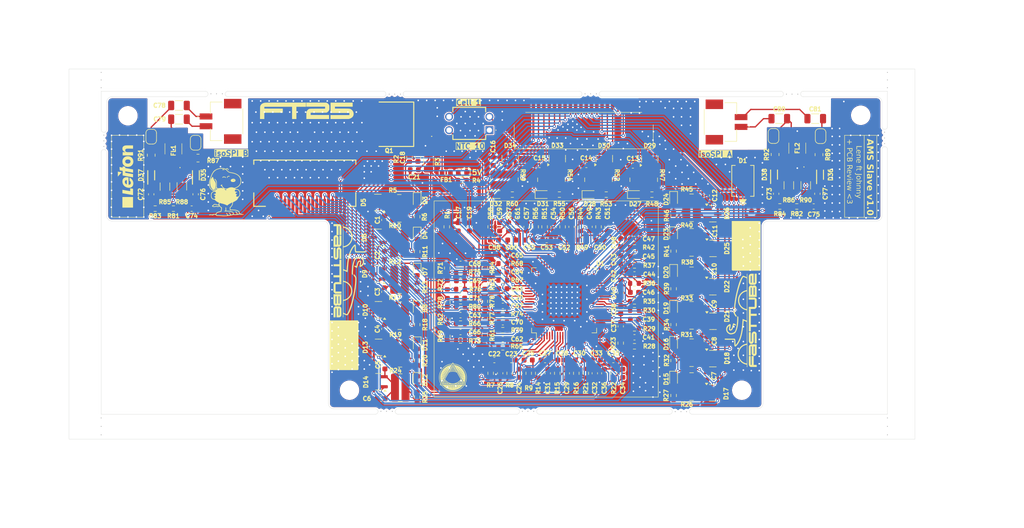
<source format=kicad_pcb>
(kicad_pcb
	(version 20240108)
	(generator "pcbnew")
	(generator_version "8.0")
	(general
		(thickness 1.6)
		(legacy_teardrops no)
	)
	(paper "A4")
	(layers
		(0 "F.Cu" signal)
		(1 "In1.Cu" signal)
		(2 "In2.Cu" signal)
		(31 "B.Cu" signal)
		(32 "B.Adhes" user "B.Adhesive")
		(33 "F.Adhes" user "F.Adhesive")
		(34 "B.Paste" user)
		(35 "F.Paste" user)
		(36 "B.SilkS" user "B.Silkscreen")
		(37 "F.SilkS" user "F.Silkscreen")
		(38 "B.Mask" user)
		(39 "F.Mask" user)
		(40 "Dwgs.User" user "User.Drawings")
		(41 "Cmts.User" user "User.Comments")
		(42 "Eco1.User" user "User.Eco1")
		(43 "Eco2.User" user "User.Eco2")
		(44 "Edge.Cuts" user)
		(45 "Margin" user)
		(46 "B.CrtYd" user "B.Courtyard")
		(47 "F.CrtYd" user "F.Courtyard")
		(48 "B.Fab" user)
		(49 "F.Fab" user)
		(50 "User.1" user)
		(51 "User.2" user)
		(52 "User.3" user)
		(53 "User.4" user)
		(54 "User.5" user)
		(55 "User.6" user)
		(56 "User.7" user)
		(57 "User.8" user)
		(58 "User.9" user)
	)
	(setup
		(stackup
			(layer "F.SilkS"
				(type "Top Silk Screen")
			)
			(layer "F.Paste"
				(type "Top Solder Paste")
			)
			(layer "F.Mask"
				(type "Top Solder Mask")
				(thickness 0.01)
			)
			(layer "F.Cu"
				(type "copper")
				(thickness 0.035)
			)
			(layer "dielectric 1"
				(type "prepreg")
				(thickness 0.1)
				(material "FR4")
				(epsilon_r 4.5)
				(loss_tangent 0.02)
			)
			(layer "In1.Cu"
				(type "copper")
				(thickness 0.035)
			)
			(layer "dielectric 2"
				(type "core")
				(thickness 1.24)
				(material "FR4")
				(epsilon_r 4.5)
				(loss_tangent 0.02)
			)
			(layer "In2.Cu"
				(type "copper")
				(thickness 0.035)
			)
			(layer "dielectric 3"
				(type "prepreg")
				(thickness 0.1)
				(material "FR4")
				(epsilon_r 4.5)
				(loss_tangent 0.02)
			)
			(layer "B.Cu"
				(type "copper")
				(thickness 0.035)
			)
			(layer "B.Mask"
				(type "Bottom Solder Mask")
				(thickness 0.01)
			)
			(layer "B.Paste"
				(type "Bottom Solder Paste")
			)
			(layer "B.SilkS"
				(type "Bottom Silk Screen")
			)
			(copper_finish "None")
			(dielectric_constraints no)
		)
		(pad_to_mask_clearance 0)
		(allow_soldermask_bridges_in_footprints no)
		(pcbplotparams
			(layerselection 0x00010fc_ffffffff)
			(plot_on_all_layers_selection 0x0000000_00000000)
			(disableapertmacros no)
			(usegerberextensions no)
			(usegerberattributes yes)
			(usegerberadvancedattributes yes)
			(creategerberjobfile no)
			(dashed_line_dash_ratio 12.000000)
			(dashed_line_gap_ratio 3.000000)
			(svgprecision 4)
			(plotframeref no)
			(viasonmask no)
			(mode 1)
			(useauxorigin yes)
			(hpglpennumber 1)
			(hpglpenspeed 20)
			(hpglpendiameter 15.000000)
			(pdf_front_fp_property_popups yes)
			(pdf_back_fp_property_popups yes)
			(dxfpolygonmode yes)
			(dxfimperialunits yes)
			(dxfusepcbnewfont yes)
			(psnegative no)
			(psa4output no)
			(plotreference yes)
			(plotvalue no)
			(plotfptext yes)
			(plotinvisibletext no)
			(sketchpadsonfab no)
			(subtractmaskfromsilk yes)
			(outputformat 1)
			(mirror no)
			(drillshape 0)
			(scaleselection 1)
			(outputdirectory "gerber/")
		)
	)
	(net 0 "")
	(net 1 "GND")
	(net 2 "Net-(U1-V+)")
	(net 3 "Net-(U1-DRIVE)")
	(net 4 "Net-(U1-VREF1)")
	(net 5 "+5V")
	(net 6 "/FilterBalancingNetwork/CB")
	(net 7 "/FilterBalancingNetwork/CB:A")
	(net 8 "/FilterBalancingNetwork/CA")
	(net 9 "/Cell 15{slash}16")
	(net 10 "/S16P")
	(net 11 "/S15P")
	(net 12 "/Cell 15{slash}14")
	(net 13 "/FilterBalancingNetwork1/CB:A")
	(net 14 "/FilterBalancingNetwork1/CB")
	(net 15 "/FilterBalancingNetwork1/CA")
	(net 16 "/S14P")
	(net 17 "/Cell 14{slash}13")
	(net 18 "/S13P")
	(net 19 "/Cell 13{slash}12")
	(net 20 "/FilterBalancingNetwork2/CB")
	(net 21 "/FilterBalancingNetwork2/CB:A")
	(net 22 "/FilterBalancingNetwork2/CA")
	(net 23 "/S12P")
	(net 24 "/Cell 12{slash}11")
	(net 25 "/S11P")
	(net 26 "/Cell 11{slash}10")
	(net 27 "/FilterBalancingNetwork3/CB")
	(net 28 "/FilterBalancingNetwork3/CB:A")
	(net 29 "/FilterBalancingNetwork3/CA")
	(net 30 "/Cell 10{slash}9")
	(net 31 "/S10P")
	(net 32 "/S9P")
	(net 33 "/Cell 9{slash}8")
	(net 34 "/FilterBalancingNetwork4/CB")
	(net 35 "/FilterBalancingNetwork4/CB:A")
	(net 36 "/FilterBalancingNetwork4/CA")
	(net 37 "/Cell 8{slash}7")
	(net 38 "/S8P")
	(net 39 "/Cell 7{slash}6")
	(net 40 "/S7P")
	(net 41 "/FilterBalancingNetwork5/CB:A")
	(net 42 "/FilterBalancingNetwork5/CB")
	(net 43 "/FilterBalancingNetwork5/CA")
	(net 44 "/Cell 6{slash}5")
	(net 45 "/S6P")
	(net 46 "/S5P")
	(net 47 "/Cell 5{slash}4")
	(net 48 "/FilterBalancingNetwork6/CB:A")
	(net 49 "/FilterBalancingNetwork6/CB")
	(net 50 "/FilterBalancingNetwork6/CA")
	(net 51 "/Cell 4{slash}3")
	(net 52 "/S4P")
	(net 53 "/S3P")
	(net 54 "/Cell 3{slash}2")
	(net 55 "/FilterBalancingNetwork7/CB")
	(net 56 "/FilterBalancingNetwork7/CB:A")
	(net 57 "/FilterBalancingNetwork7/CA")
	(net 58 "/Cell 2{slash}1")
	(net 59 "/S2P")
	(net 60 "/S1P")
	(net 61 "/NTC/V_out_1")
	(net 62 "/NTC/V_out_4")
	(net 63 "/NTC/V_out_7")
	(net 64 "/NTC/V_out_9")
	(net 65 "/NTC/V_out_2")
	(net 66 "/NTC/V_out_5")
	(net 67 "/NTC/V_out_10")
	(net 68 "/NTC/V_out_8")
	(net 69 "/NTC/V_out_3")
	(net 70 "/NTC/V_out_6")
	(net 71 "Clamp")
	(net 72 "/Cell 16")
	(net 73 "VBUS")
	(net 74 "+5V_NTC")
	(net 75 "unconnected-(U1-NC-Pad66)")
	(net 76 "/isoSPI/IPB")
	(net 77 "/isoSPI/IMA")
	(net 78 "/isoSPI/IMB")
	(net 79 "/isoSPI/IPA")
	(net 80 "Net-(C76-Pad2)")
	(net 81 "Net-(C77-Pad2)")
	(net 82 "Net-(J10-Pin_1)")
	(net 83 "Net-(JP1-B)")
	(net 84 "Net-(J10-Pin_2)")
	(net 85 "Net-(JP2-B)")
	(net 86 "Net-(JP3-B)")
	(net 87 "Net-(JP4-B)")
	(net 88 "Net-(D2-A)")
	(net 89 "Net-(D3-A)")
	(net 90 "Net-(D4-A)")
	(net 91 "Net-(D7-A)")
	(net 92 "Net-(D11-A)")
	(net 93 "Net-(D12-A)")
	(net 94 "/NTC/NTC2")
	(net 95 "/NTC/NTC3")
	(net 96 "/NTC/NTC1")
	(net 97 "/NTC/NTC6")
	(net 98 "/NTC/NTC4")
	(net 99 "/NTC/NTC5")
	(net 100 "/NTC/NTC9")
	(net 101 "/NTC/NTC7")
	(net 102 "/C2{slash}1_out")
	(net 103 "Net-(Q1-C)")
	(net 104 "Net-(D15-A)")
	(net 105 "Net-(D16-A)")
	(net 106 "Net-(D8-A)")
	(net 107 "Net-(D19-A)")
	(net 108 "Net-(D20-A)")
	(net 109 "Net-(D23-A)")
	(net 110 "Net-(D24-A)")
	(net 111 "Net-(D27-A)")
	(net 112 "Net-(D28-A)")
	(net 113 "Net-(D31-A)")
	(net 114 "Net-(D32-A)")
	(net 115 "Net-(D35-A2)")
	(net 116 "Net-(D36-A2)")
	(net 117 "Net-(D37-A2)")
	(net 118 "Net-(D38-A2)")
	(net 119 "Net-(JP1-A)")
	(net 120 "Net-(JP2-A)")
	(net 121 "Net-(JP3-A)")
	(net 122 "Net-(JP4-A)")
	(net 123 "Net-(Q1-E)")
	(net 124 "Net-(Q1-B)")
	(net 125 "/NTC/NTC8")
	(net 126 "NTC10_out")
	(net 127 "NTC10")
	(net 128 "Net-(J8-Pin_1)")
	(net 129 "Net-(J8-Pin_2)")
	(net 130 "/Cell_GND")
	(footprint "Capacitor_SMD:C_0603_1608Metric" (layer "F.Cu") (at 139.3 108.45 180))
	(footprint (layer "F.Cu") (at 86.25 74.75 90))
	(footprint "Resistor_SMD:R_0603_1608Metric" (layer "F.Cu") (at 161.6 121.9 90))
	(footprint "Resistor_SMD:R_0603_1608Metric" (layer "F.Cu") (at 139.3 119.45))
	(footprint "Capacitor_SMD:C_0603_1608Metric" (layer "F.Cu") (at 177.9 121.5 90))
	(footprint "Resistor_SMD:R_0603_1608Metric" (layer "F.Cu") (at 144.2 127.599999 90))
	(footprint (layer "F.Cu") (at 212.05 139.25))
	(footprint "Resistor_SMD:R_0603_1608Metric" (layer "F.Cu") (at 158.8625 93.8 180))
	(footprint "Capacitor_SMD:C_0603_1608Metric" (layer "F.Cu") (at 116.9 105.3 -90))
	(footprint "Package_TO_SOT_SMD:SOT-23" (layer "F.Cu") (at 167.1 87.1 90))
	(footprint "Resistor_SMD:R_0603_1608Metric" (layer "F.Cu") (at 146 127.600001 90))
	(footprint (layer "F.Cu") (at 63.325 70.699999))
	(footprint "Resistor_SMD:R_0603_1608Metric" (layer "F.Cu") (at 164.2 103.8 180))
	(footprint "LED_SMD:LED_0603_1608Metric" (layer "F.Cu") (at 123.1 108.299999 -90))
	(footprint (layer "F.Cu") (at 212.05 72.125 180))
	(footprint "Capacitor_SMD:C_0603_1608Metric" (layer "F.Cu") (at 122.55 89.1 180))
	(footprint "Resistor_SMD:R_1206_3216Metric" (layer "F.Cu") (at 196.6 92.05 90))
	(footprint "Capacitor_SMD:C_0603_1608Metric" (layer "F.Cu") (at 131.3 110.1 180))
	(footprint "Resistor_SMD:R_0603_1608Metric" (layer "F.Cu") (at 139.3 116.4))
	(footprint "Package_TO_SOT_SMD:SOT-23" (layer "F.Cu") (at 115.6625 95.3 180))
	(footprint (layer "F.Cu") (at 119.95 74.8 90))
	(footprint "FaSTTUBe_logos:FTLogo_small" (layer "F.Cu") (at 184.3 117.6 90))
	(footprint "Resistor_SMD:R_0603_1608Metric" (layer "F.Cu") (at 73.55 96.45))
	(footprint "LED_SMD:LED_0603_1608Metric" (layer "F.Cu") (at 123.1 122.2 -90))
	(footprint "Resistor_SMD:R_0603_1608Metric" (layer "F.Cu") (at 140.4 99.9 -90))
	(footprint "Slave:DLW43SH101XK2L" (layer "F.Cu") (at 77 85.15 90))
	(footprint "Capacitor_SMD:C_0603_1608Metric" (layer "F.Cu") (at 152.3 99.9 90))
	(footprint "Slave:Balancing" (layer "F.Cu") (at 119.8 117.25 180))
	(footprint "Resistor_SMD:R_0603_1608Metric" (layer "F.Cu") (at 137 127.600001 90))
	(footprint (layer "F.Cu") (at 63.85 83.65 180))
	(footprint "Capacitor_SMD:C_0603_1608Metric" (layer "F.Cu") (at 137.7 125.1))
	(footprint "Capacitor_SMD:C_0603_1608Metric" (layer "F.Cu") (at 139.3 117.95 180))
	(footprint (layer "F.Cu") (at 118.85 74.8 90))
	(footprint "Resistor_SMD:R_0805_2012Metric" (layer "F.Cu") (at 81.65 86.9 180))
	(footprint "Jumper:SolderJumper-2_P1.3mm_Open_RoundedPad1.0x1.5mm" (layer "F.Cu") (at 81.2 84 90))
	(footprint "Slave:illuminati"
		(layer "F.Cu")
		(uuid "20998059-b057-4418-a5aa-f14ac78fedf3")
		(at 129.85 128.3)
		(property "Reference" "G***"
			(at 0 0 0)
			(layer "F.SilkS")
			(hide yes)
			(uuid "c68e5fd3-f700-4bd4-adbc-031273388dcf")
			(effects
				(font
					(size 1.5 1.5)
					(thickness 0.3)
				)
			)
		)
		(property "Value" "LOGO"
			(at 0.75 0 0)
			(layer "F.SilkS")
			(hide yes)
			(uuid "b163ef90-926c-4520-99a5-733037a6fb85")
			(effects
				(font
					(size 1.5 1.5)
					(thickness 0.3)
				)
			)
		)
		(property "Footprint" "Slave:illuminati"
			(at 0 0 0)
			(unlocked yes)
			(layer "F.Fab")
			(hide yes)
			(uuid "eae945ba-a4b4-474b-be02-438478b87b73")
			(effects
				(font
					(size 1.27 1.27)
				)
			)
		)
		(property "Datasheet" ""
			(at 0 0 0)
			(unlocked yes)
			(layer "F.Fab")
			(hide yes)
			(uuid "835a0fba-1b8a-40be-bdf9-f68d04afb878")
			(effects
				(font
					(size 1.27 1.27)
				)
			)
		)
		(property "Description" ""
			(at 0 0 0)
			(unlocked yes)
			(layer "F.Fab")
			(hide yes)
			(uuid "fda524db-4989-4af9-b0b2-0d65e27e4270")
			(effects
				(font
					(size 1.27 1.27)
				)
			)
		)
		(attr board_only exclude_from_pos_files exclude_from_bom)
		(fp_poly
			(pts
				(xy 0.015257 -2.323511) (xy 0.032802 -2.309948) (xy 0.054677 -2.282902) (xy 0.083633 -2.23874) (xy 0.122424 -2.173829)
				(xy 0.144827 -2.135136) (xy 0.184172 -2.066749) (xy 0.234577 -1.979115) (xy 0.292375 -1.878608)
				(xy 0.353902 -1.771603) (xy 0.415491 -1.664475) (xy 0.450715 -1.603199) (xy 0.497831 -1.521262)
				(xy 0.557304 -1.417884) (xy 0.626736 -1.297229) (xy 0.703731 -1.163461) (xy 0.785891 -1.020746)
				(xy 0.870819 -0.873247) (xy 0.956118 -0.72513) (xy 1.03939 -0.580558) (xy 1.041863 -0.576265) (xy 1.126651 -0.429044)
				(xy 1.214854 -0.275837) (xy 1.303854 -0.121191) (xy 1.391034 0.030342) (xy 1.473778 0.174215) (xy 1.549469 0.305878)
				(xy 1.615489 0.42078) (xy 1.666582 0.509773) (xy 1.729795 0.619887) (xy 1.794142 0.731884) (xy 1.856537 0.840402)
				(xy 1.913894 0.940074) (xy 1.963127 1.025537) (xy 2.001151 1.091424) (xy 2.005114 1.09828) (xy 2.048651 1.176314)
				(xy 2.081925 1.241613) (xy 2.103083 1.290273) (xy 2.110275 1.318386) (xy 2.110155 1.31992) (xy 2.105585 1.352007)
				(xy 0.006207 1.355752) (xy -0.240544 1.356123) (xy -0.47919 1.356348) (xy -0.708062 1.356432) (xy -0.925489 1.356379)
				(xy -1.129801 1.356194) (xy -1.319329 1.355883) (xy -1.492402 1.355449) (xy -1.64735 1.354898) (xy -1.782502 1.354236)
				(xy -1.89619 1.353465) (xy -1.986743 1.352592) (xy -2.05249 1.351622) (xy -2.091762 1.350559) (xy -2.103071 1.349595)
				(xy -2.107384 1.345355) (xy -2.110881 1.340807) (xy -2.112884 1.334719) (xy -2.112717 1.325864)
				(xy -2.109702 1.313009) (xy -2.103163 1.294927) (xy -2.092423 1.270387) (xy -2.076804 1.238159)
				(xy -2.058726 1.20303) (xy -1.931669 1.20303) (xy -1.925999 1.226838) (xy -1.920873 1.233812) (xy -1.899205 1.246622)
				(xy -1.865495 1.254394) (xy -1.828712 1.256889) (xy -1.797828 1.253867) (xy -1.781812 1.24509) (xy -1.782729 1.237493)
				(xy -1.802481 1.210928) (xy -1.830938 1.178445) (xy -1.860567 1.147946) (xy -1.883833 1.127333)
				(xy -1.891913 1.122979) (xy -1.904231 1.13514) (xy -1.919778 1.164681) (xy -1.92089 1.16732) (xy -1.931669 1.20303)
				(xy -2.058726 1.20303) (xy -2.055629 1.197013) (xy -2.028222 1.145719) (xy -1.993905 1.083049) (xy -1.959506 1.021253)
				(xy -1.833869 1.021253) (xy -1.719666 1.138608) (xy -1.669257 1.18986) (xy -1.63343 1.223487) (xy -1.606319 1.2432)
				(xy -1.582058 1.25271) (xy -1.554781 1.255726) (xy -1.534145 1.255963) (xy -1.492848 1.253215) (xy -1.467102 1.246214)
				(xy -1.462827 1.241187) (xy -1.472715 1.226827) (xy -1.47576 1.226411) (xy -1.490267 1.216443) (xy -1.521301 1.189058)
				(xy -1.564795 1.14803) (xy -1.616679 1.097135) (xy -1.636957 1.076794) (xy -1.785221 0.927177) (xy -1.809545 0.974215)
				(xy -1.833869 1.021253) (xy -1.959506 1.021253) (xy -1.952001 1.007771) (xy -1.901833 0.918656)
				(xy -1.842724 0.814474) (xy -1.839402 0.80865) (xy -1.707721 0.80865) (xy -1.705985 0.830367) (xy -1.690788 0.856562)
				(xy -1.659024 0.895852) (xy -1.657792 0.897311) (xy -1.56788 0.995763) (xy -1.465409 1.091735) (xy -1.366783 1.173612)
				(xy -1.316287 1.212924) (xy -1.280133 1.237116) (xy -1.249807 1.249799) (xy -1.216794 1.254586)
				(xy -1.174694 1.255106) (xy -1.126195 1.254366) (xy -1.103185 1.251781) (xy -1.101602 1.245335)
				(xy -1.117382 1.233011) (xy -1.122753 1.22933) (xy -1.340444 1.06278) (xy -1.526233 0.887514) (xy -1.578129 0.833867)
				(xy -1.622467 0.788825) (xy -1.655404 0.756236) (xy -1.673092 0.739945) (xy -1.674927 0.738802)
				(xy -1.684014 0.750872) (xy -1.698015 0.780189) (xy -1.699106 0.782797) (xy -1.707721 0.80865) (xy -1.839402 0.80865)
				(xy -1.773997 0.693996) (xy -1.734649 0.625278) (xy -1.597776 0.625278) (xy -1.589692 0.645854)
				(xy -1.569064 0.675173) (xy -1.533197 0.718707) (xy -1.508886 0.747305) (xy -1.378401 0.88665) (xy -1.236927 1.009673)
				(xy -1.077379 1.122146) (xy -0.966945 1.188729) (xy -0.909752 1.220614) (xy -0.86747 1.240354) (xy -0.829584 1.250864)
				(xy -0.785577 1.255059) (xy -0.724933 1.255853) (xy -0.724764 1.255853) (xy -0.670316 1.254587)
				(xy -0.631333 1.251109) (xy -0.613633 1.246062) (xy -0.613944 1.243629) (xy -0.617971 1.241399)
				(xy 0.618085 1.241399) (xy 0.626156 1.24994) (xy 0.663025 1.254655) (xy 0.721659 1.255963) (xy 0.794005 1.253809)
				(xy 0.84711 1.246198) (xy 0.851378 1.244761) (xy 1.101589 1.244761) (xy 1.104165 1.251494) (xy 1.127718 1.254438)
				(xy 1.173352 1.255305) (xy 1.222674 1.253994) (xy 1.259391 1.246374) (xy 1.262337 1.244881) (xy 1.46529 1.244881)
				(xy 1.475588 1.251191) (xy 1.507319 1.255204) (xy 1.533516 1.255963) (xy 1.566239 1.255188) (xy 1.591808 1.25037)
				(xy 1.592948 1.249779) (xy 1.773124 1.249779) (xy 1.785769 1.256638) (xy 1.816849 1.257627) (xy 1.856085 1.253857)
				(xy 1.893197 1.246441) (xy 1.917905 1.236487) (xy 1.920873 1.233812) (xy 1.931668 1.211129) (xy 1.926011 1.180482)
				(xy 1.92089 1.16732) (xy 1.90539 1.136893) (xy 1.892625 1.123057) (xy 1.891964 1.122979) (xy 1.877849 1.132975)
				(xy 1.851931 1.157798) (xy 1.821473 1.189697) (xy 1.79374 1.220919) (xy 1.775995 1.243716) (xy 1.773124 1.249779)
				(xy 1.592948 1.249779) (xy 1.616123 1.237768) (xy 1.645082 1.213641) (xy 1.684587 1.174248) (xy 1.719076 1.138305)
				(xy 1.831486 1.020648) (xy 1.80613 0.976469) (xy 1.780775 0.93229) (xy 1.625495 1.083044) (xy 1.570234 1.137105)
				(xy 1.522952 1.184136) (xy 1.487544 1.220203) (xy 1.467903 1.241373) (xy 1.46529 1.244881) (xy 1.262337 1.244881)
				(xy 1.295131 1.228261) (xy 1.341521 1.195473) (xy 1.343277 1.19416) (xy 1.385579 1.159933) (xy 1.437202 1.114266)
				(xy 1.494006 1.061294) (xy 1.551849 1.005156) (xy 1.606592 0.949987) (xy 1.654093 0.899924) (xy 1.690212 0.859105)
				(xy 1.710809 0.831665) (xy 1.71402 0.823769) (xy 1.706064 0.797929) (xy 1.690702 0.77119) (xy 1.680727 0.758376)
				(xy 1.670405 0.753238) (xy 1.655975 0.758379) (xy 1.633674 0.776402) (xy 1.599742 0.809911) (xy 1.550416 0.861508)
				(xy 1.531859 0.88111) (xy 1.466868 0.946432) (xy 1.394108 1.014218) (xy 1.323115 1.075841) (xy 1.270739 1.117336)
				(xy 1.215326 1.158399) (xy 1.166132 1.194897) (xy 1.129705 1.22197) (xy 1.115591 1.232499) (xy 1.101589 1.244761)
				(xy 0.851378 1.244761) (xy 0.891048 1.231405) (xy 0.905621 1.224467) (xy 1.054258 1.138454) (xy 1.204657 1.031674)
				(xy 1.348108 0.910994) (xy 1.475906 0.783283) (xy 1.501334 0.754602) (xy 1.609105 0.63003) (xy 1.584496 0.588372)
				(xy 1.565465 0.559869) (xy 1.552413 0.546802) (xy 1.551834 0.546713) (xy 1.539361 0.55741) (xy 1.514005 0.585595)
				(xy 1.481003 0.625414) (xy 1.477446 0.629859) (xy 1.381013 0.738864) (xy 1.26826 0.846537) (xy 1.144815 0.948738)
				(xy 1.016305 1.041326) (xy 0.888359 1.120163) (xy 0.766604 1.181109) (xy 0.687086 1.211223) (xy 0.638499 1.228628)
				(xy 0.618085 1.241399) (xy -0.617971 1.241399) (xy -0.6351 1.231913) (xy -0.673911 1.215399) (xy -0.701861 1.204908)
				(xy -0.787699 1.168798) (xy -0.886729 1.118312) (xy -0.989908 1.058537) (xy -1.088195 0.994562)
				(xy -1.13317 0.962222) (xy -1.191673 0.915194) (xy -1.258304 0.856399) (xy -1.327553 0.791262) (xy -1.39391 0.72521)
				(xy -1.451865 0.663668) (xy -1.495909 0.612062) (xy -1.513869 0.587348) (xy -1.539092 0.555208)
				(xy -1.559042 0.550709) (xy -1.579119 0.573933) (xy -1.58709 0.588463) (xy -1.596011 0.607971) (xy -1.597776 0.625278)
				(xy -1.734649 0.625278) (xy -1.694975 0.555991) (xy -1.624337 0.432947) (xy -1.470636 0.432947)
				(xy -1.463373 0.464956) (xy -1.444368 0.497526) (xy -1.413926 0.535124) (xy -1.372353 0.582221)
				(xy -1.352888 0.604475) (xy -1.190467 0.770005) (xy -1.011116 0.91187) (xy -0.816612 1.029057) (xy -0.608733 1.120554)
				(xy -0.389255 1.185348) (xy -0.302908 1.202806) (xy -0.193346 1.216574) (xy -0.066661 1.223427)
				(xy 0.065531 1.223343) (xy 0.191616 1.216296) (xy 0.289891 1.204045) (xy 0.509627 1.152086) (xy 0.720197 1.073391)
				(xy 0.91849 0.969567) (xy 1.101398 0.842221) (xy 1.252472 0.706623) (xy 1.322296 0.633129) (xy 1.382558 0.564247)
				(xy 1.430379 0.503668) (xy 1.462879 0.455086) (xy 1.47718 0.422193) (xy 1.477603 0.417851) (xy 1.470445 0.401262)
				(xy 1.449945 0.36173) (xy 1.417565 0.301887) (xy 1.374769 0.224368) (xy 1.323018 0.131806) (xy 1.263776 0.026832)
				(xy 1.198505 -0.087918) (xy 1.137755 -0.194002) (xy 1.068493 -0.314832) (xy 1.003972 -0.427889)
				(xy 0.945648 -0.530583) (xy 0.894979 -0.620324) (xy 0.853424 -0.694522) (xy 0.822438 -0.750588)
				(xy 0.803481 -0.785931) (xy 0.797906 -0.79784) (xy 0.784093 -0.822879) (xy 0.745483 -0.851676) (xy 0.686322 -0.88252)
				(xy 0.610855 -0.913704) (xy 0.523328 -0.943516) (xy 0.427986 -0.970249) (xy 0.329075 -0.992191)
				(xy 0.303697 -0.996831) (xy 0.186142 -1.011328) (xy 0.052075 -1.018092) (xy -0.086496 -1.017125)
				(xy -0.21756 -1.008427) (xy -0.303696 -0.996831) (xy -0.386681 -0.979761) (xy -0.473911 -0.957403)
				(xy -0.559104 -0.931828) (xy -0.635977 -0.905107) (xy -0.698248 -0.879313) (xy -0.739633 -0.856516)
				(xy -0.746871 -0.850724) (xy -0.769909 -0.822892) (xy -0.800068 -0.777689) (xy -0.831336 -0.724218)
				(xy -0.835435 -0.716637) (xy -0.862159 -0.667912) (xy -0.89989 -0.600791) (xy -0.944614 -0.522
... [2977040 chars truncated]
</source>
